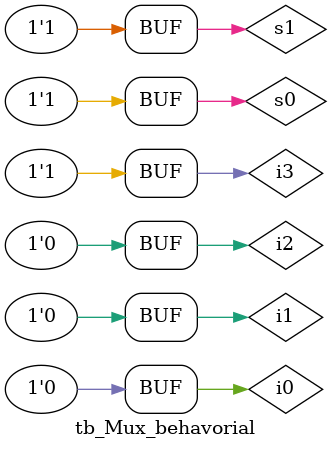
<source format=v>
`timescale 1ns / 1ps


module tb_Mux_behavorial;

// inputs as registers
reg s1, s0, i3, i2, i1, i0;

// the output as a wire
wire bigD;

// UUT
Mux_behavorial uut (
    .s1(s1),
    .s0(s0),
    .i3(i3),
    .i2(i2),
    .i1(i1),
    .i0(i0),
    .bigD(bigD)
    
    );
    
    
initial begin
    // Init the inputs
    s1 = 0;
    s0 = 0;
    i3 = 0;
    i2 = 0;
    i1 = 0;
    i0 = 0;
    
    #50
    
    
    s1 = 0;
    s0 = 0;
    i3 = 0;
    i2 = 0;
    i1 = 0;
    i0 = 0;
    #50;
    $display ("TC01");
    if (bigD != 0) $display ("Result is wrong");
    
    
    s1 = 0;
    s0 = 0;
    i3 = 0;
    i2 = 0;
    i1 = 0;
    i0 = 1;
    #50;
    $display ("TC02");
    if (bigD != 1) $display ("Result is wrong");
    
    
    s1 = 0;
    s0 = 1;
    i3 = 0;
    i2 = 0;
    i1 = 0;
    i0 = 0;
    #50;
    $display ("TC03");
    if (bigD != 0) $display ("Result is wrong");
    
    
    s1 = 0;
    s0 = 1;
    i3 = 0;
    i2 = 0;
    i1 = 1;
    i0 = 0;
    #50;
    $display ("TC04");
    if (bigD != 1) $display ("Result is wrong");
    
 
    s1 = 1;
    s0 = 0;
    i3 = 0;
    i2 = 0;
    i1 = 0;
    i0 = 0;
    #50;
    $display ("TC05");
    if (bigD != 0) $display ("Result is wrong");
    
    
    
    s1 = 1;
    s0 = 0;
    i3 = 0;
    i2 = 1;
    i1 = 0;
    i0 = 0;
    #50;
    $display ("TC06");
    if (bigD != 1) $display ("Result is wrong");
    
    
    s1 = 1;
    s0 = 1;
    i3 = 0;
    i2 = 0;
    i1 = 0;
    i0 = 0;
    #50;
    $display ("TC07");
    if (bigD != 0) $display ("Result is wrong");
    
    
    
    s1 = 1;
    s0 = 1;
    i3 = 1;
    i2 = 0;
    i1 = 0;
    i0 = 0;
    #50;
    $display ("TC08");
    if (bigD != 1) $display ("Result is wrong");
    
    end

endmodule

</source>
